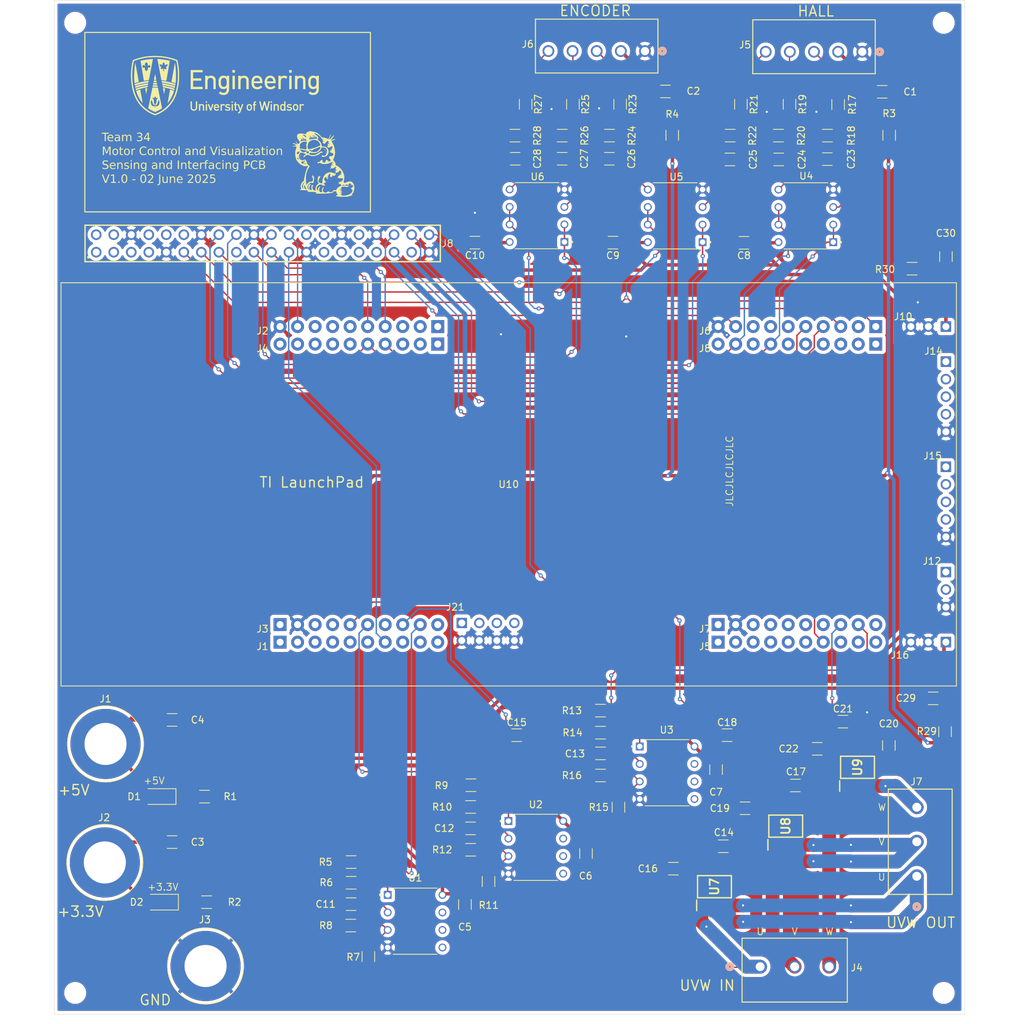
<source format=kicad_pcb>
(kicad_pcb (version 20241229) (generator "pcbnew") (generator_version "9.0")
  (title_block (title "Sensing and Interfacing PCB") (date "2025-06-02") (rev "v1") (company "Designer: Manveer Aujla") (comment 1 "Team 34"))
  (layers (0 "F.Cu" signal) (2 "B.Cu" signal) (13 "F.Paste" user) (15 "B.Paste" user) (5 "F.SilkS" user "F.Silkscreen") (7 "B.SilkS" user "B.Silkscreen") (1 "F.Mask" user) (3 "B.Mask" user) (25 "Edge.Cuts" user))
  (net 0 "")
  (net 1 "GND")
  (net 2 "Net-(U1A--)")
  (net 3 "/Input Stage/HALL_IC_W")
  (net 4 "Net-(U2A--)")
  (net 5 "/Input Stage/HALL_IC_V")
  (net 6 "Net-(U7-FILTER)")
  (net 7 "/Input Stage/HALL_IC_U")
  (net 8 "+3.3V")
  (net 9 "+5V")
  (net 10 "Net-(D1-K)")
  (net 11 "Net-(D2-K)")
  (net 12 "/Input Stage/HALL_C")
  (net 13 "/Input Stage/HALL_B")
  (net 14 "/Input Stage/HALL_A")
  (net 15 "/Input Stage/ENC_B+")
  (net 16 "Net-(C1-Pad1)")
  (net 17 "/Input Stage/ENC_Z+")
  (net 18 "/Input Stage/ENC_A+")
  (net 19 "/Input Stage/Phase_U")
  (net 20 "/Input Stage/Phase_W")
  (net 21 "/Input Stage/Phase_V")
  (net 22 "/Input Stage/Phase_U_Sensed")
  (net 23 "/Input Stage/Phase_V_Sensed")
  (net 24 "/Input Stage/Phase_W_Sensed")
  (net 25 "Net-(C2-Pad1)")
  (net 26 "/LaunchPad/MISO_B")
  (net 28 "Net-(U3A--)")
  (net 29 "/LaunchPad/SCLK_B")
  (net 33 "Net-(U8-FILTER)")
  (net 36 "/LaunchPad/MISO_A")
  (net 37 "/LaunchPad/CE2_B")
  (net 44 "/LaunchPad/MOSI_B")
  (net 49 "/LaunchPad/MOSI_A")
  (net 51 "Net-(U9-FILTER)")
  (net 52 "/LaunchPad/CE0_A")
  (net 53 "Net-(U4A-+)")
  (net 54 "Net-(U1A-+)")
  (net 55 "Net-(U2A-+)")
  (net 56 "Net-(U3A-+)")
  (net 57 "/Input Stage/Phase_U_Filt")
  (net 58 "/Input Stage/Phase_V_Filt")
  (net 59 "/Input Stage/Phase_W_Filt")
  (net 60 "/Input Stage/ENC_A+_3.3")
  (net 61 "/Input Stage/ENC_B+_3.3")
  (net 62 "/Input Stage/HALL_A_3.3")
  (net 63 "/Input Stage/HALL_B_3.3")
  (net 64 "/Input Stage/HALL_C_3.3")
  (net 74 "Net-(U4B-+)")
  (net 75 "Net-(U5A-+)")
  (net 76 "Net-(U5B-+)")
  (net 77 "Net-(U6A-+)")
  (net 78 "Net-(U6B-+)")
  (net 79 "Net-(U10N-+5V_J16)")
  (net 80 "Net-(U10I-+3V_J10)")
  (net 87 "/LaunchPad/SCLK_A")
  (net 146 "/Input Stage/ENC_Z+_3.3")
  (footprint "UWinLogo:Garfield" (layer "F.Cu") (at 55.325 40.225)
    (property "Reference" "G***" (hide yes))
    (property "Value" "LOGO" (hide yes))
  )
  (footprint "61304021821:61304021821" (layer "F.Cu") (at 46.555 51.745)
    (property "Reference" "J8")
    (property "Value" "6130XX21821_61304021821")
  )
  (footprint "Resistor_SMD:R_1206_3216Metric_Pad1.30x1.75mm_HandSolder" (layer "F.Cu") (at 105.925 36.075 90)
    (property "Reference" "R4")
    (property "Value" "0")
  )
  (footprint "Capacitor_SMD:C_1206_3216Metric_Pad1.33x1.80mm_HandSolder" (layer "F.Cu") (at 113.8875 122.985)
    (property "Reference" "C18")
    (property "Value" "2.2n")
  )
  (footprint "Capacitor_SMD:C_1206_3216Metric_Pad1.33x1.80mm_HandSolder" (layer "F.Cu") (at 89.975002 39.475 180)
    (property "Reference" "C27")
    (property "Value" "22p")
  )
  (footprint "MountingHole:MountingHole_2.7mm_M2.5" (layer "F.Cu") (at 145.275 19.775)
    (property "Reference" "REF**" (hide yes))
    (property "Value" "MountingHole_2.7mm_M2.5")
  )
  (footprint "Resistor_SMD:R_1206_3216Metric_Pad1.30x1.75mm_HandSolder" (layer "F.Cu") (at 95.525 128.825)
    (property "Reference" "R16")
    (property "Value" "1k")
  )
  (footprint "Capacitor_SMD:C_1206_3216Metric_Pad1.33x1.80mm_HandSolder" (layer "F.Cu") (at 130.675 121.025)
    (property "Reference" "C21")
    (property "Value" "2.2n")
  )
  (footprint "LED_SMD:LED_1206_3216Metric_Pad1.42x1.75mm_HandSolder" (layer "F.Cu") (at 31.88125 147.175 180)
    (property "Reference" "D2")
    (property "Value" "LTST-C150GKT")
  )
  (footprint "1984646:CONN_1984646_PXC" (layer "F.Cu") (at 133.475003 23.975 180)
    (property "Reference" "J5")
    (property "Value" "1984646")
  )
  (footprint "LM358AP:DIP794W45P254L959H508Q8" (layer "F.Cu") (at 125.295 47.745 180)
    (property "Reference" "U4")
    (property "Value" "LM358AP")
  )
  (footprint "Resistor_SMD:R_1206_3216Metric_Pad1.30x1.75mm_HandSolder" (layer "F.Cu") (at 98.125 133.425 90)
    (property "Reference" "R15")
    (property "Value" "8.06k")
  )
  (footprint "MountingHole:MountingHole_2.7mm_M2.5" (layer "F.Cu") (at 19.375 19.775)
    (property "Reference" "REF**" (hide yes))
    (property "Value" "MountingHole_2.7mm_M2.5")
  )
  (footprint "Capacitor_SMD:C_1206_3216Metric_Pad1.33x1.80mm_HandSolder" (layer "F.Cu") (at 104.9375 29.725)
    (property "Reference" "C2")
    (property "Value" "0.1u")
  )
  (footprint "Resistor_SMD:R_1206_3216Metric_Pad1.30x1.75mm_HandSolder" (layer "F.Cu") (at 140.7 55.4)
    (property "Reference" "R30")
    (property "Value" "0")
  )
  (footprint "Resistor_SMD:R_1206_3216Metric_Pad1.30x1.75mm_HandSolder" (layer "F.Cu") (at 59.375 141.365)
    (property "Reference" "R5")
    (property "Value" "1k")
  )
  (footprint "ACS725:SOIC127P600X175-8N" (layer "F.Cu") (at 112.0475 144.936 90)
    (property "Reference" "U7")
    (property "Value" "ACS725LLCTR-05AB-T" (hide yes))
  )
  (footprint "Capacitor_SMD:C_1206_3216Metric_Pad1.33x1.80mm_HandSolder" (layer "F.Cu") (at 33.425 120.775)
    (property "Reference" "C4")
    (property "Value" "1u")
  )
  (footprint "Resistor_SMD:R_1206_3216Metric_Pad1.30x1.75mm_HandSolder" (layer "F.Cu") (at 121.325003 36.125)
    (property "Reference" "R20")
    (property "Value" "20k")
  )
  (footprint "Resistor_SMD:R_1206_3216Metric_Pad1.30x1.75mm_HandSolder" (layer "F.Cu") (at 114.325003 36.125)
    (property "Reference" "R22")
    (property "Value" "20k")
  )
  (footprint "MountingHole:MountingHole_2.7mm_M2.5" (layer "F.Cu") (at 19.375 160.325)
    (property "Reference" "REF**" (hide yes))
    (property "Value" "MountingHole_2.7mm_M2.5")
  )
  (footprint "Connector:Banana_Jack_1Pin" (layer "F.Cu") (at 23.675 141.425)
    (property "Reference" "J2")
    (property "Value" "Conn_01x01_Pin")
  )
  (footprint "LM358AP:DIP794W45P254L959H508Q8" (layer "F.Cu") (at 106.355 47.745 180)
    (property "Reference" "U5")
    (property "Value" "LM358AP")
  )
  (footprint "Connector:Banana_Jack_1Pin" (layer "F.Cu") (at 23.775 124.255)
    (property "Reference" "J1")
    (property "Value" "Conn_01x01_Pin")
  )
  (footprint "UWinLogo:UWinLogo" (layer "F.Cu") (at 41.269817 29.584212)
    (property "Reference" "G***" (hide yes))
    (property "Value" "LOGO" (hide yes))
  )
  (footprint "Capacitor_SMD:C_1206_3216Metric_Pad1.33x1.80mm_HandSolder" (layer "F.Cu") (at 95.525 125.625 180)
    (property "Reference" "C13")
    (property "Value" "0.18u")
  )
  (footprint "Resistor_SMD:R_1206_3216Metric_Pad1.30x1.75mm_HandSolder" (layer "F.Cu") (at 95.525 119.425)
    (property "Reference" "R13")
    (property "Value" "1k")
  )
  (footprint "Connector:Banana_Jack_1Pin" (layer "F.Cu") (at 38.275 156.425)
    (property "Reference" "J3")
    (property "Value" "Conn_01x01_Pin")
  )
  (footprint "Resistor_SMD:R_1206_3216Metric_Pad1.30x1.75mm_HandSolder" (layer "F.Cu") (at 128.425003 36.125)
    (property "Reference" "R18")
    (property "Value" "20k")
  )
  (footprint "Resistor_SMD:R_1206_3216Metric_Pad1.30x1.75mm_HandSolder" (layer "F.Cu") (at 61.875 155.065 90)
    (property "Reference" "R7")
    (property "Value" "8.06k")
  )
  (footprint "Resistor_SMD:R_1206_3216Metric_Pad1.30x1.75mm_HandSolder" (layer "F.Cu") (at 122.925003 31.575 -90)
    (property "Reference" "R19")
    (property "Value" "10k")
  )
  (footprint "Resistor_SMD:R_1206_3216Metric_Pad1.30x1.75mm_HandSolder" (layer "F.Cu") (at 38.43125 147.175)
    (property "Reference" "R2")
    (property "Value" "120R")
  )
  (footprint "LAUNCHXL_F28379D:MOD_LAUNCHXL-F28379D" (layer "F.Cu") (at 82.222 86.645)
    (property "Reference" "U10")
    (property "Value" "LAUNCHXL-F28379D")
  )
  (footprint "Capacitor_SMD:C_1206_3216Metric_Pad1.33x1.80mm_HandSolder" (layer "F.Cu") (at 116.475 133.5745 180)
    (property "Reference" "C19")
    (property "Value" "0.1u")
  )
  (footprint "Resistor_SMD:R_1206_3216Metric_Pad1.30x1.75mm_HandSolder" (layer "F.Cu") (at 98.375002 31.575 -90)
    (property "Reference" "R23")
    (property "Value" "10k")
  )
  (footprint "Resistor_SMD:R_1206_3216Metric_Pad1.30x1.75mm_HandSolder" (layer "F.Cu") (at 79.295 144.185 90)
    (property "Reference" "R11")
    (property "Value" "8.06k")
  )
  (footprint "Capacitor_SMD:C_1206_3216Metric_Pad1.33x1.80mm_HandSolder" (layer "F.Cu") (at 83.162502 39.475 180)
    (property "Reference" "C28")
    (property "Value" "22p")
  )
  (footprint "Capacitor_SMD:C_1206_3216Metric_Pad1.33x1.80mm_HandSolder" (layer "F.Cu") (at 128.412503 39.525 180)
    (property "Reference" "C23")
    (property "Value" "4.7n")
  )
  (footprint "LM358AP:DIP794W45P254L959H508Q8" (layer "F.Cu") (at 105.175 128.425)
    (property "Reference" "U3")
    (property "Value" "LM358AP")
  )
  (footprint "Capacitor_SMD:C_1206_3216Metric_Pad1.33x1.80mm_HandSolder" (layer "F.Cu") (at 113.325 139.075)
    (property "Reference" "C14")
    (property "Value" "1n")
  )
  (footprint "Capacitor_SMD:C_1206_3216Metric_Pad1.33x1.80mm_HandSolder" (layer "F.Cu") (at 143.75 117.65 180)
    (property "Reference" "C29")
    (property "Value" "0.1u")
  )
  (footprint "Resistor_SMD:R_1206_3216Metric_Pad1.30x1.75mm_HandSolder" (layer "F.Cu") (at 115.875003 31.575 -90)
    (property "Reference" "R21")
    (property "Value" "10k")
  )
  (footprint "Capacitor_SMD:C_1206_3216Metric_Pad1.33x1.80mm_HandSolder" (layer "F.Cu") (at 33.425 138.475)
    (property "Reference" "C3")
    (property "Value" "1u")
  )
  (footprint "Capacitor_SMD:C_1206_3216Metric_Pad1.33x1.80mm_HandSolder" (layer "F.Cu") (at 96.812502 39.475 180)
    (property "Reference" "C26")
    (property "Value" "22p")
  )
  (footprint "LM358AP:DIP794W45P254L959H508Q8" (layer "F.Cu") (at 68.645 149.935)
    (property "Reference" "U1")
    (property "Value" "LM358AP")
  )
  (footprint "Resistor_SMD:R_1206_3216Metric_Pad1.30x1.75mm_HandSolder" (layer "F.Cu") (at 76.745 130.235)
    (property "Reference" "R9")
    (property "Value" "1k")
  )
  (footprint "Capacitor_SMD:C_1206_3216Metric_Pad1.33x1.80mm_HandSolder" (layer "F.Cu") (at 121.362502 39.575 180)
    (property "Reference" "C24")
    (property "Value" "4.7n")
  )
  (footprint "Resistor_SMD:R_1206_3216Metric_Pad1.30x1.75mm_HandSolder" (layer "F.Cu") (at 145.475 122.475 90)
    (property "Reference" "R29")
    (property "Value" "0")
  )
  (footprint "Resistor_SMD:R_1206_3216Metric_Pad1.30x1.75mm_HandSolder" (layer "F.Cu") (at 83.125002 36.125)
    (property "Reference" "R28")
    (property "Value" "20k")
  )
  (footprint "Resistor_SMD:R_1206_3216Metric_Pad1.30x1.75mm_HandSolder" (layer "F.Cu") (at 59.325 150.565)
    (property "Reference" "R8")
    (property "Value" "1k")
  )
  (footprint "Resistor_SMD:R_1206_3216Metric_Pad1.30x1.75mm_HandSolder" (layer "F.Cu") (at 76.695 139.585)
    (property "Reference" "R12")
    (property "Value" "1k")
  )
  (footprint "Capacitor_SMD:C_1206_3216Metric_Pad1.33x1.80mm_HandSolder" (layer "F.Cu") (at 106.0925 142.324 180)
    (property "Reference" "C16")
    (property "Value" "0.1u")
  )
  (footprint "Capacitor_SMD:C_1206_3216Metric_Pad1.33x1.80mm_HandSolder" (layer "F.Cu") (at 114.287502 39.575 180)
    (property "Reference" "C25")
    (property "Value" "4.7n")
  )
  (footprint "Capacitor_SMD:C_1206_3216Metric_Pad1.33x1.80mm_HandSolder" (layer "F.Cu") (at 137.325 124.475 -90)
    (property "Reference" "C20")
    (property "Value" "1n")
  )
  (footprint "LM358AP:DIP794W45P254L959H508Q8" (layer "F.Cu") (at 86.325 47.725 180)
    (property "Reference" "U6")
    (property "Value" "LM358AP")
  )
  (footprint "Resistor_SMD:R_1206_3216Metric_Pad1.30x1.75mm_HandSolder" (layer "F.Cu") (at 76.695 133.385)
    (property "Reference" "R10")
    (property "Value" "8.06k")
  )
  (footprint "Capacitor_SMD:C_1206_3216Metric_Pad1.33x1.80mm_HandSolder" (layer "F.Cu") (at 75.875 147.525 -90)
    (property "Reference" "C5")
    (property "Value" "0.1u")
  )
  (footprint "LED_SMD:LED_1206_3216Metric_Pad1.42x1.75mm_HandSolder" (layer "F.Cu") (at 31.525 131.875 180)
    (property "Reference" "D1")
    (property "Value" "LTST-C150GKT")
  )
  (footprint "Capacitor_SMD:C_1206_3216Metric_Pad1.33x1.80mm_HandSolder" (layer "F.Cu") (at 123.775 130.275)
    (property "Reference" "C17")
    (property "Value" "1n")
  )
  (footprint "Capacitor_SMD:C_1206_3216Metric_Pad1.33x1.80mm_HandSolder" (layer "F.Cu") (at 97.325 51.625 180)
    (property "Reference" "C9")
    (property "Value" "0.1u")
  )
  (footprint "Capacitor_SMD:C_1206_3216Metric_Pad1.33x1.80mm_HandSolder" (layer "F.Cu") (at 136.3625 29.775)
    (property "Reference" "C1")
    (property "Value" "0.1u")
  )
  (footprint "Resistor_SMD:R_1206_3216Metric_Pad1.30x1.75mm_HandSolder" (layer "F.Cu") (at 129.975003 31.625 -90)
    (property "Reference" "R17")
    (property "Value" "10k")
  )
  (footprint "Capacitor_SMD:C_1206_3216Metric_Pad1.33x1.80mm_HandSolder" (layer "F.Cu") (at 145.6 53.65 90)
    (property "Reference" "C30")
    (property "Value" "0.1u")
  )
  (footprint "Capacitor_SMD:C_1206_3216Metric_Pad1.33x1.80mm_HandSolder" (layer "F.Cu") (at 126.95 124.961 180)
    (property "Reference" "C22")
    (property "Value" "0.1u")
  )
  (footprint "Capacitor_SMD:C_1206_3216Metric_Pad1.33x1.80mm_HandSolder" (layer "F.Cu") (at 59.375 147.465 180)
    (property "Reference" "C11")
    (property "Value" "0.18u")
  )
  (footprint "Resistor_SMD:R_1206_3216Metric_Pad1.30x1.75mm_HandSolder" (layer "F.Cu") (at 96.825002 36.125)
    (property "Reference" "R24")
    (property "Value" "20k")
  )
  (footprint "Capacitor_SMD:C_1206_3216Metric_Pad1.33x1.80mm_HandSolder" (layer "F.Cu") (at 112.275 127.975 -90)
    (property "Reference" "C7")
    (property "Value" "0.1u")
  )
  (footprint "Resistor_SMD:R_1206_3216Metric_Pad1.30x1.75mm_HandSolder" (layer "F.Cu") (at 38.125 131.885)
    (property "Reference" "R1")
    (property "Value" "300R")
  )
  (footprint "Capacitor_SMD:C_1206_3216Metric_Pad1.33x1.80mm_HandSolder" (layer "F.Cu") (at 116.325 51.65 180)
    (property "Reference" "C8")
    (property "Value" "0.1u")
  )
  (footprint "Resistor_SMD:R_1206_3216Metric_Pad1.30x1.75mm_HandSolder" (layer "F.Cu") (at 91.525002 31.575 -90)
    (property "Reference" "R25")
    (property "Value" "10k")
  )
  (footprint "LM358AP:DIP794W45P254L959H508Q8" (layer "F.Cu") (at 86.145 139.235)
    (property "Reference" "U2")
    (property "Value" "LM358AP")
  )
  (footprint "1935174:CONN_1935174_PXC" (layer "F.Cu") (at 118.675 156.525)
    (property "Reference" "J4")
    (property "Value" "1935174")
  )
  (footprint "ACS725:SOIC127P600X175-8N" (layer "F.Cu") (at 122.375 136.1625 90)
    (property "Reference" "U8")
    (property "Value" "ACS725LLCTR-05AB-T" (hide yes))
  )
  (footprint "Resistor_SMD:R_1206_3216Metric_Pad1.30x1.75mm_HandSolder" (layer "F.Cu") (at 89.975002 36.125)
    (property "Reference" "R26")
    (property "Value" "20k")
  )
  (footprint "ACS725:SOIC127P600X175-8N" (layer "F.Cu") (at 132.78 127.637 90)
    (property "Reference" "U9")
    (property "Value" "ACS725LLCTR-05AB-T" (hide yes))
  )
  (footprint "Resistor_SMD:R_1206_3216Metric_Pad1.30x1.75mm_HandSolder" (layer "F.Cu") (at 59.375 144.365)
    (property "Reference" "R6")
    (property "Value" "8.06k")
  )
  (footprint "Capacitor_SMD:C_1206_3216Metric_Pad1.33x1.80mm_HandSolder" (layer "F.Cu") (at 76.685 136.485 180)
    (property "Reference" "C12")
    (property "Value" "0.18u")
  )
  (footprint "Resistor_SMD:R_1206_3216Metric_Pad1.30x1.75mm_HandSolder" (layer "F.Cu") (at 84.675002 31.575 -90)
    (property "Reference" "R27")
    (property "Value" "10k")
  )
  (footprint "Resistor_SMD:R_1206_3216Metric_Pad1.30x1.75mm_HandSolder" (layer "F.Cu") (at 95.525 122.625)
    (property "Reference" "R14")
    (property "Value" "8.06k")
  )
  (footprint "Capacitor_SMD:C_1206_3216Metric_Pad1.33x1.80mm_HandSolder" (layer "F.Cu") (at 77.325 51.625 180)
    (property "Reference" "C10")
    (property "Value" "0.1u")
  )
  (footprint "Capacitor_SMD:C_1206_3216Metric_Pad1.33x1.80mm_HandSolder" (layer "F.Cu") (at 83.375 122.985)
    (property "Reference" "C15")
    (property "Value" "2.2n")
  )
  (footprint "Capacitor_SMD:C_1206_3216Metric_Pad1.33x1.80mm_HandSolder" (layer "F.Cu") (at 93.425 140.1375 -90)
    (property "Reference" "C6")
    (property "Value" "0.1u")
  )
  (footprint "MountingHole:MountingHole_2.7mm_M2.5" (layer "F.Cu") (at 145.275 160.325)
    (property "Reference" "REF**" (hide yes))
    (property "Value" "MountingHole_2.7mm_M2.5")
  )
  (footprint "Resistor_SMD:R_1206_3216Metric_Pad1.30x1.75mm_HandSolder" (layer "F.Cu") (at 137.375 36.075 90)
    (property "Reference" "R3")
    (property "Value" "0")
  )
  (footprint "1984646:CONN_1984646_PXC" (layer "F.Cu") (at 101.975002 23.875 180)
    (property "Reference" "J6")
    (property "Value" "1984646")
  )
  (footprint "1935174:CONN_1935174_PXC" (layer "F.Cu") (at 141.375 143.425 90)
    (property "Reference" "J7")
    (property "Value" "1935174")
  )
  (gr_rect (start 20.775 21.175) (end 62.175 47.175) (stroke (width 0.1524)) (fill no) (layer "F.SilkS"))
  (gr_rect (start 16.325 16.515) (end 148.325 163.415) (stroke (width 0.05)) (fill no) (layer "Edge.Cuts"))
  (gr_text "TI LaunchPad" (at 45.975 87.225 0) (layer "F.SilkS") (effects (font (size 1.5 1.5) (thickness 0.1875)) (justify left bottom)))
  (gr_text "+5V" (at 29.2125 130.175 0) (layer "F.SilkS") (effects (font (size 1 1) (thickness 0.125)) (justify left bottom)))
  (gr_text "GND" (at 28.575 162.225 0) (layer "F.SilkS") (effects (font (size 1.5 1.5) (thickness 0.1875)) (justify left bottom)))
  (gr_text "UVW OUT" (at 136.825 151.025 0) (layer "F.SilkS") (effects (font (size 1.5 1.5) (thickness 0.1875)) (justify left bottom)))
  (gr_text "Team 34\nMotor Control and Visualization\nSensing and Interfacing PCB\nV1.0 - 02 June 2025" (at 23.225 43.175 0) (layer "F.SilkS") (effects (font (size 1.2 1.2) (thickness 0.125)) (justify left bottom)))
  (gr_text "U" (at 135.675 144.125 0) (layer "F.SilkS") (effects (font (size 1 1) (thickness 0.125)) (justify left bottom)))
  (gr_text "W" (at 135.675 134.025 0) (layer "F.SilkS") (effects (font (size 1 1) (thickness 0.125)) (justify left bottom)))
  (gr_text "W" (at 128.075 152.025 0) (layer "F.SilkS") (effects (font (size 1 1) (thickness 0.125)) (justify left bottom)))
  (gr_text "HALL" (at 123.975 18.975 0) (layer "F.SilkS") (effects (font (size 1.5 1.5) (thickness 0.1875)) (justify left bottom)))
  (gr_text "V" (at 123.175 152.025 0) (layer "F.SilkS") (effects (font (size 1 1) (thickness 0.125)) (justify left bottom)))
  (gr_text "JLCJLCJLCJLC" (at 114.825 89.965 90) (layer "F.SilkS") (effects (font (size 1 1) (thickness 0.125)) (justify left bottom)))
  (gr_text "V" (at 135.775 139.025 0) (layer "F.SilkS") (effects (font (size 1 1) (thickness 0.125)) (justify left bottom)))
  (gr_text "UVW IN\n" (at 106.875 160.125 0) (layer "F.SilkS") (effects (font (size 1.5 1.5) (thickness 0.1875)) (justify left bottom)))
  (gr_text "+5V" (at 16.775 131.825 0) (layer "F.SilkS") (effects (font (size 1.5 1.5) (thickness 0.1875)) (justify left bottom)))
  (gr_text "+3.3V\n" (at 16.675 149.425 0) (layer "F.SilkS") (effects (font (size 1.5 1.5) (thickness 0.1875)) (justify left bottom)))
  (gr_text "U" (at 118.075 152.025 0) (layer "F.SilkS") (effects (font (size 1 1) (thickness 0.125)) (justify left bottom)))
  (gr_text "+3.3V" (at 29.78125 145.575 0) (layer "F.SilkS") (effects (font (size 1 1) (thickness 0.125)) (justify left bottom)))
  (gr_text "ENCODER\n" (at 89.475 18.925 0) (layer "F.SilkS") (effects (font (size 1.5 1.5) (thickness 0.1875)) (justify left bottom)))
  (via (at 119.625 32.675) (size 0.6) (drill 0.3) (layers "F.Cu" "B.Cu") (net 1))
  (via (at 126.825 32.675) (size 0.6) (drill 0.3) (layers "F.Cu" "B.Cu") (net 1))
  (via (at 95.325 32.175) (size 0.6) (drill 0.3) (layers "F.Cu" "B.Cu") (net 1))
  (via (at 81.1 64.9) (size 0.6) (drill 0.3) (layers "F.Cu" "B.Cu") (net 1))
  (via (at 134.175 119.675) (size 0.6) (drill 0.3) (layers "F.Cu" "B.Cu") (net 1))
  (via (at 54.25 54.25) (size 0.6) (drill 0.3) (layers "F.Cu" "B.Cu") (net 1))
  (via (at 141.525 60.275) (size 0.6) (drill 0.3) (layers "F.Cu" "B.Cu") (net 1))
  (via (at 77.325 47.3) (size 0.6) (drill 0.3) (layers "F.Cu" "B.Cu") (net 1))
  (via (at 54.175 51.675) (size 0.6) (drill 0.3) (layers "F.Cu" "B.Cu") (net 1))
  (via (at 113.825 65) (size 0.6) (drill 0.3) (layers "F.Cu" "B.Cu") (net 1))
  (via (at 88.425 32.275) (size 0.6) (drill 0.3) (layers "F.Cu" "B.Cu") (net 1))
  (via (at 99.25 65.225) (size 0.6) (drill 0.3) (layers "F.Cu" "B.Cu") (net 1))
  (segment (start 57.825 141.365) (end 57.925 141.365) (width 0.2) (layer "F.Cu") (net 2))
  (segment (start 57.925 141.365) (end 60.925 144.365) (width 0.2) (layer "F.Cu") (net 2))
  (segment (start 60.925 144.575) (end 64.675 148.325) (width 0.2) (layer "F.Cu") (net 2))
  (segment (start 60.925 144.365) (end 60.925 144.575) (width 0.2) (layer "F.Cu") (net 2))
  (segment (start 64.675 148.325) (end 64.675 148.665) (width 0.2) (layer "F.Cu") (net 2))
  (segment (start 132.145 124.0575) (end 129.1125 121.025) (width 0.2) (layer "F.Cu") (net 3))
  (segment (start 129.1125 121.025) (end 129.1125 117.6375) (width 0.2) (layer "F.Cu") (net 3))
  (segment (start 132.145 124.925) (end 132.145 124.0575) (width 0.2) (layer "F.Cu") (net 3))
  (segment (start 129.1125 117.6375) (end 129.125 117.625) (width 0.2) (layer "F.Cu") (net 3))
  (via (at 129.125 117.625) (size 0.6) (drill 0.3) (layers "F.Cu" "B.Cu") (net 3))
  (segment (start 129.125 117.625) (end 129.075 117.575) (width 0.2) (layer "B.Cu") (net 3))
  (segment (start 129.075 108.245) (end 130.355 106.965) (width 0.2) (layer "B.Cu") (net 3))
  (segment (start 129.075 117.575) (end 129.075 108.245) (width 0.2) (layer "B.Cu") (net 3))
  (segment (start 78.245 133.385) (end 78.245 133.595) (width 0.2) (layer "F.Cu") (net 4))
  (segment (start 75.195 130.235) (end 75.195 130.335) (width 0.2) (layer "F.Cu") (net 4))
  (segment (start 75.195 130.335) (end 78.245 133.385) (width 0.2) (layer "F.Cu") (net 4))
  (segment (start 82.175 137.525) (end 82.175 137.965) (width 0.2) (layer "F.Cu") (net 4))
  (segment (start 78.245 133.595) (end 82.175 137.525) (width 0.2) (layer "F.Cu") (net 4))
  (segment (start 106.975 106.375) (end 104.3 103.7) (width 0.2) (layer "F.Cu") (net 5))
  (segment (start 107.115 117.775) (end 107.025 117.775) (width 0.2) (layer "F.Cu") (net 5))
  (segment (start 121.74 133.4505) (end 121.74 132.4) (width 0.2) (layer "F.Cu") (net 5))
  (segment (start 112.325 122.985) (end 107.115 117.775) (width 0.2) (layer "F.Cu") (net 5))
  (segment (start 121.74 132.4) (end 112.325 122.985) (width 0.2) (layer "F.Cu") (net 5))
  (segment (start 62.5 103.7) (end 59.235 106.965) (width 0.2) (layer "F.Cu") (net 5))
  (segment (start 104.3 103.7) (end 62.5 103.7) (width 0.2) (layer "F.Cu") (net 5))
  (via (at 106.975 106.375) (size 0.6) (drill 0.3) (layers "F.Cu" "B.Cu") (net 5))
  (via (at 107.025 117.775) (size 0.6) (drill 0.3) (layers "F.Cu" "B.Cu") (net 5))
  (segment (start 107.025 106.425) (end 106.975 106.375) (width 0.2) (layer "B.Cu") (net 5))
  (segment (start 107.025 117.775) (end 107.025 106.425) (width 0.2) (layer "B.Cu") (net 5))
  (segment (start 112.6825 139.995) (end 112.6825 142.224) (width 0.2) (layer "F.Cu") (net 6))
  (segment (start 111.7625 139.075) (end 112.6825 139.995) (width 0.2) (layer "F.Cu") (net 6))
  (segment (start 81.8125 122.985) (end 81.8125 120.0225) (width 0.2) (layer "F.Cu") (net 7))
  (segment (start 106.737 137.275) (end 94.225 137.275) (width 0.2) (layer "F.Cu") (net 7))
  (segment (start 81.8125 124.8625) (end 81.8125 122.985) (width 0.2) (layer "F.Cu") (net 7))
  (segment (start 111.4125 141.9505) (end 106.737 137.275) (width 0.2) (layer "F.Cu") (net 7))
  (segment (start 94.225 137.275) (end 81.8125 124.8625) (width 0.2) (layer "F.Cu") (net 7))
  (segment (start 111.4125 142.224) (end 111.4125 141.9505) (width 0.2) (layer "F.Cu") (net 7))
  (segment (start 81.8125 120.0225) (end 81.795 120.005) (width 0.2) (layer "F.Cu") (net 7))
  (via (at 81.795 120.005) (size 0.6) (drill 0.3) (layers "F.Cu" "B.Cu") (net 7))
  (segment (start 81.795 120.005) (end 73.825 112.035) (width 0.2) (layer "B.Cu") (net 7))
  (segment (start 73.825 112.035) (end 73.825 105.225) (width 0.2) (layer "B.Cu") (net 7))
  (segment (start 69.095 104.725) (end 66.855 106.965) (width 0.2) (layer "B.Cu") (net 7))
  (segment (start 73.325 104.725) (end 69.095 104.725) (width 0.2) (layer "B.Cu") (net 7))
  (segment (start 73.825 105.225) (end 73.325 104.725) (width 0.2) (layer "B.Cu") (net 7))
  (segment (start 82.265 51.625) (end 82.355 51.535) (width 0.5) (layer "F.Cu") (net 8))
  (segment (start 103.906 138.575) (end 93.425 138.575) (width 0.5) (layer "F.Cu") (net 8))
  (segment (start 122.4875 56.25) (end 121.09375 54.85625) (width 0.5) (layer "F.Cu") (net 8))
  (segment (start 119.7265 116.175) (end 100.705 116.175) (width 0.5) (layer "F.Cu") (net 8))
  (segment (start 102.11875 54.85625) (end 98.8875 51.625) (width 0.5) (layer "F.Cu") (net 8))
  (segment (start 72.7775 145.9625) (end 72.615 146.125) (width 0.5) (layer "F.Cu") (net 8))
  (segment (start 118.0375 132.175) (end 112.275 126.4125) (width 0.5) (layer "F.Cu") (net 8))
  (segment (start 78.8875 51.625) (end 82.265 51.625) (width 0.5) (layer "F.Cu") (net 8))
  (segment (start 138.75 59.4) (end 139.15 59) (width 0.5) (layer "F.Cu") (net 8))
  (segment (start 107.755 142.224) (end 107.655 142.324) (width 0.5) (layer "F.Cu") (net 8))
  (segment (start 107.655 142.324) (end 103.906 138.575) (width 0.5) (layer "F.Cu") (net 8))
  (segment (start 140.725 68.1) (end 138.75 66.125) (width 0.5) (layer "F.Cu") (net 8))
  (segment (start 120.47 133.4505) (end 118.1615 133.4505) (width 0.5) (layer "F.Cu") (net 8))
  (segment (start 62.825 134.875) (end 72.615 144.665) (width 0.5) (layer "F.Cu") (net 8))
  (segment (start 112.275 126.4125) (end 110.9425 126.4125) (width 0.5) (layer "F.Cu") (net 8))
  (segment (start 98.8875 51.625) (end 102.315 51.625) (width 0.5) (layer "F.Cu") (net 8))
  (segment (start 26.625 138.475) (end 31.8625 138.475) (width 0.5) (layer "F.Cu") (net 8))
  (segment (start 51.875 126.325) (end 72.325 126.325) (width 0.5) (layer "F.Cu") (net 8))
  (segment (start 93.265 138.575) (end 90.115 135.425) (width 0.5) (layer "F.Cu") (net 8))
  (segment (start 82.8625 55.6) (end 78.8875 51.625) (width 0.5) (layer "F.Cu") (net 8))
  (segment (start 110.1425 142.224) (end 107.755 142.224) (width 0.5) (layer "F.Cu") (net 8))
  (segment (start 119.7265 116.175) (end 131.425 116.175) (width 0.5) (layer "F.Cu") (net 8))
  (segment (start 72.375 126.325) (end 72.325 126.325) (width 0.5) (layer "F.Cu") (net 8))
  (segment (start 72.325 126.325) (end 81.015 126.325) (width 0.5) (layer "F.Cu") (net 8))
  (segment (start 75.875 145.9625) (end 72.7775 145.9625) (width 0.5) (layer "F.Cu") (net 8))
  (segment (start 43.325 134.875) (end 51.875 126.325) (width 0.5) (layer "F.Cu") (net 8))
  (segment (start 102.315 51.625) (end 102.385 51.555) (width 0.5) (layer "F.Cu") (net 8))
  (segment (start 128.5485 124.925) (end 128.5125 124.961) (width 0.5) (layer "F.Cu") (net 8))
  (segment (start 23.675 141.425) (end 26.625 138.475) (width 0.5) (layer "F.Cu") (net 8))
  (segment (start 23.675 141.425) (end 29.425 147.175) (width 0.5) (layer "F.Cu") (net 8))
  (segment (start 35.4625 134.875) (end 43.325 134.875) (width 0.5) (layer "F.Cu") (net 8))
  (segment (start 82.525 116.175) (end 100.705 116.175) (width 0.5) (layer "F.Cu") (net 8))
  (segment (start 82.525 116.175) (end 72.375 126.325) (width 0.5) (layer "F.Cu") (net 8))
  (segment (start 29.425 147.175) (end 30.39375 147.175) (width 0.5) (layer "F.Cu") (net 8))
  (segment (start 138.75 66.125) (end 138.75 59.4) (width 0.5) (layer "F.Cu") (net 8))
  (segment (start 139.15 59) (end 139.15 55.4) (width 0.5) (layer "F.Cu") (net 8))
  (segment (start 135.6 56.25) (end 122.4875 56.25) (width 0.5) (layer "F.Cu") (net 8))
  (segment (start 121.23 51.65) (end 121.325 51.555) (width 0.5) (layer "F.Cu") (net 8))
  (segment (start 140.725 106.875) (end 140.725 68.1) (width 0.5) (layer "F.Cu") (net 8))
  (segment (start 130.875 124.925) (end 128.5485 124.925) (width 0.5) (layer "F.Cu") (net 8))
  (segment (start 43.325 134.875) (end 62.825 134.875) (width 0.5) (layer "F.Cu") (net 8))
  (segment (start 93.425 138.575) (end 93.265 138.575) (width 0.5) (layer "F.Cu") (net 8))
  (segment (start 101.375 55.6) (end 82.8625 55.6) (width 0.5) (layer "F.Cu") (net 8))
  (segment (start 121.09375 54.85625) (end 102.11875 54.85625) (width 0.5) (layer "F.Cu") (net 8))
  (segment (start 102.11875 54.85625) (end 101.375 55.6) (width 0.5) (layer "F.Cu") (net 8))
  (segment (start 118.1615 133.4505) (end 118.0375 133.5745) (width 0.5) (layer "F.Cu") (net 8))
  (segment (start 121.09375 54.85625) (end 117.8875 51.65) (width 0.5) (layer "F.Cu") (net 8))
  (segment (start 100.705 116.175) (end 109.145 124.615) (width 0.5) (layer "F.Cu") (net 8))
  (segment (start 131.425 116.175) (end 140.725 106.875) (width 0.5) (layer "F.Cu") (net 8))
  (segment (start 81.015 126.325) (end 90.115 135.425) (width 0.5) (layer "F.Cu") (net 8))
  (segment (start 72.615 144.665) (end 72.615 146.125) (width 0.5) (layer "F.Cu") (net 8))
  (segment (start 118.0375 133.5745) (end 118.0375 132.175) (width 0.5) (layer "F.Cu") (net 8))
  (segment (start 110.9425 126.4125) (end 109.145 124.615) (width 0.5) (layer "F.Cu") (net 8))
  (segment (start 128.5125 124.961) (end 119.7265 116.175) (width 0.5) (layer "F.Cu") (net 8))
  (segment (start 31.8625 138.475) (end 35.4625 134.875) (width 0.5) (layer "F.Cu") (net 8))
  (segment (start 138.75 59.4) (end 135.6 56.25) (width 0.5) (layer "F.Cu") (net 8))
  (segment (start 117.8875 51.65) (end 121.23 51.65) (width 0.5) (layer "F.Cu") (net 8))
  (segment (start 137.275 37.725) (end 137.375 37.625) (width 0.5) (layer "F.Cu") (net 9))
  (segment (start 105.3 85.4) (end 136.725 85.4) (width 0.5) (layer "F.Cu") (net 9))
  (segment (start 62.63 85.4) (end 105.3 85.4) (width 0.5) (layer "F.Cu") (net 9))
  (segment (start 105.95 40.175) (end 105.95 37.65) (width 0.5) (layer "F.Cu") (net 9))
  (segment (start 23.775 124.255) (end 30.0375 130.5175) (width 0.5) (layer "F.Cu") (net 9))
  (segment (start 23.775 124.255) (end 62.63 85.4) (width 0.5) (layer "F.Cu") (net 9))
  (segment (start 145.425 124.075) (end 145.475 124.025) (width 0.5) (layer "F.Cu") (net 9))
  (segment (start 137.275 40.275) (end 137.275 37.725) (width 0.5) (layer "F.Cu") (net 9))
  (segment (start 105.95 37.65) (end 105.925 37.625) (width 0.5) (layer "F.Cu") (net 9))
  (segment (start 30.0375 130.5175) (end 30.0375 131.875) (width 0.5) (layer "F.Cu") (net 9))
  (segment (start 27.255 120.775) (end 31.8625 120.775) (width 0.5) (layer "F.Cu") (net 9))
  (segment (start 136.725 85.4) (end 137.1 85.025) (width 0.5) (layer "F.Cu") (net 9))
  (segment (start 142.95 124.075) (end 145.425 124.075) (width 0.5) (layer "F.Cu") (net 9))
  (segment (start 23.775 124.255) (end 27.255 120.775) (width 0.5) (layer "F.Cu") (net 9))
  (via (at 105.95 40.175) (size 0.6) (drill 0.3) (layers "F.Cu" "B.Cu") (net 9))
  (via (at 137.1 85.025) (size 0.6) (drill 0.3) (layers "F.Cu" "B.Cu") (net 9))
  (via (at 137.275 40.275) (size 0.6) (drill 0.3) (layers "F.Cu" "B.Cu") (net 9))
  (via (at 142.95 124.075) (size 0.6) (drill 0.3) (layers "F.Cu" "B.Cu") (net 9))
  (via (at 105.3 85.4) (size 0.6) (drill 0.3) (layers "F.Cu" "B.Cu") (net 9))
  (segment (start 137.275 40.275) (end 137.275 84.85) (width 0.5) (layer "B.Cu") (net 9))
  (segment (start 138.05 85.975) (end 138.05 119.175) (width 0.5) (layer "B.Cu") (net 9))
  (segment (start 137.1 85.025) (end 138.05 85.975) (width 0.5) (layer "B.Cu") (net 9))
  (segment (start 137.275 84.85) (end 137.1 85.025) (width 0.5) (layer "B.Cu") (net 9))
  (segment (start 138.05 119.175) (end 142.95 124.075) (width 0.5) (layer "B.Cu") (net 9))
  (segment (start 105.95 84.75) (end 105.95 40.175) (width 0.5) (layer "B.Cu") (net 9))
  (segment (start 105.3 85.4) (end 105.95 84.75) (width 0.5) (layer "B.Cu") (net 9))
  (segment (start 36.565 131.875) (end 36.575 131.885) (width 0.2) (layer "F.Cu") (net 10))
  (segment (start 33.0125 131.875) (end 36.565 131.875) (width 0.2) (layer "F.Cu") (net 10))
  (segment (start 33.36875 147.175) (end 36.88125 147.175) (width 0.2) (layer "F.Cu") (net 11))
  (segment (start 115.875003 27.574997) (end 119.475 23.975) (width 0.2) (layer "F.Cu") (net 12))
  (segment (start 115.875003 30.025) (end 115.875003 27.574997) (width 0.2) (layer "F.Cu") (net 12))
  (segment (start 122.925003 30.025) (end 122.925003 24.024998) (width 0.2) (layer "F.Cu") (net 13))
  (segment (start 122.925003 24.024998) (end 122.975001 23.975) (width 0.2) (layer "F.Cu") (net 13))
  (segment (start 129.975003 27.475001) (end 126.475002 23.975) (width 0.2) (layer "F.Cu") (net 14))
  (segment (start 129.975003 30.075) (end 129.975003 27.475001) (width 0.2) (layer "F.Cu") (net 14))
  (segment (start 91.525002 30.025) (end 91.525002 23.925002) (width 0.2) (layer "F.Cu") (net 15))
  (segment (start 91.525002 23.925002) (end 91.475 23.875) (width 0.2) (layer "F.Cu") (net 15))
  (segment (start 137.375 32.35) (end 134.8 29.775) (width 0.5) (layer "F.Cu") (net 16))
  (segment (start 134.8 29.775) (end 134.8 28.799998) (width 0.5) (layer "F.Cu") (net 16))
  (segment (start 137.375 34.525) (end 137.375 32.35) (width 0.5) (layer "F.Cu") (net 16))
  (segment (start 134.8 28.799998) (end 129.975002 23.975) (width 0.5) (layer "F.Cu") (net 16))
  (segment (start 84.675002 30.025) (end 84.675002 27.174997) (width 0.2) (layer "F.Cu") (net 17))
  (segment (start 84.675002 27.174997) (end 87.974999 23.875) (width 0.2) (layer "F.Cu") (net 17))
  (segment (start 98.375002 27.275001) (end 94.975001 23.875) (width 0.2) (layer "F.Cu") (net 18))
  (segment (start 98.375002 30.025) (end 98.375002 27.275001) (width 0.2) (layer "F.Cu") (net 18))
  (segment (start 116.675 156.525) (end 110.875 150.725) (width 2) (layer "F.Cu") (net 19))
  (segment (start 116.675 156.525) (end 115.375 156.525) (width 0.2) (layer "F.Cu") (net 19))
  (segment (start 115.285 156.615) (end 61.875 156.615) (width 0.2) (layer "F.Cu") (net 19))
  (segment (start 115.375 156.525) (end 115.285 156.615) (width 0.2) (layer "F.Cu") (net 19))
  (segment (start 118.675 156.525) (end 116.675 156.525) (width 2) (layer "F.Cu") (net 19))
  (segment (start 110.1425 149.9925) (end 110.1425 147.648) (width 2) (layer "F.Cu") (net 19))
  (segment (start 110.875 150.725) (end 110.1425 149.9925) (width 2) (layer "F.Cu") (net 19))
  (segment (start 111.4125 147.648) (end 110.1425 147.648) (width 1) (layer "F.Cu") (net 19))
  (via (at 110.875 150.725) (size 0.6) (drill 0.3) (layers "F.Cu" "B.Cu") (net 19))
  (segment (start 118.675 156.525) (end 116.675 156.525) (width 2) (layer "B.Cu") (net 19))
  (segment (start 116.675 156.525) (end 110.875 150.725) (width 2) (layer "B.Cu") (net 19))
  (segment (start 128.675 132.549) (end 130.875 130.349) (width 2) (layer "F.Cu") (net 20))
  (segment (start 127.325 136.075) (end 128.675 134.725) (width 0.2) (layer "F.Cu") (net 20))
  (segment (start 127.325 136.075) (end 99.225 136.075) (width 0.2) (layer "F.Cu") (net 20))
  (segment (start 128.675 135.875) (end 128.675 132.549) (width 2) (layer "F.Cu") (net 20))
  (segment (start 128.675 134.725) (end 128.675 132.549) (width 0.2) (layer "F.Cu") (net 20))
  (segment (start 128.675 156.525) (end 128.675 135.875) (width 2) (layer "F.Cu") (net 20))
  (segment (start 132.145 130.349) (end 130.875 130.349) (width 1) (layer "F.Cu") (net 20))
  (segment (start 99.225 136.075) (end 98.125 134.975) (width 0.2) (layer "F.Cu") (net 20))
  (segment (start 123.675 156.525) (end 120.47 153.32) (width 2) (layer "F.Cu") (net 21))
  (segment (start 120.47 144.975) (end 120.47 138.8745) (width 2) (layer "F.Cu") (net 21))
  (segment (start 120.47 144.975) (end 119.325 144.975) (width 0.2) (layer "F.Cu") (net 21))
  (segment (start 119.225 145.075) (end 79.955 145.075) (width 0.2) (layer "F.Cu") (net 21))
  (segment (start 79.955 145.075) (end 79.295 145.735) (width 0.2) (layer "F.Cu") (net 21))
  (segment (start 121.74 138.8745) (end 120.47 138.8745) (width 1) (layer "F.Cu") (net 21))
  (segment (start 119.325 144.975) (end 119.225 145.075) (width 0.2) (layer "F.Cu") (net 21))
  (segment (start 120.47 153.32) (end 120.47 144.975) (width 2) (layer "F.Cu") (net 21))
  (segment (start 113.975 150.025) (end 116.2 150.025) (width 2) (layer "F.Cu") (net 22))
  (segment (start 113.9525 150.0025) (end 113.975 150.025) (width 2) (layer "F.Cu") (net 22))
  (segment (start 112.6825 147.648) (end 113.9525 147.648) (width 1) (layer "F.Cu") (net 22))
  (segment (start 137.15 147.65) (end 141.375 143.425) (width 2) (layer "F.Cu") (net 22))
  (segment (start 113.9525 147.648) (end 113.9525 150.0025) (width 2) (layer "F.Cu") (net 22))
  (segment (start 141.375 147.825) (end 141.375 143.425) (width 2) (layer "F.Cu") (net 22))
  (segment (start 131.825 150.075) (end 139.125 150.075) (width 2) (layer "F.Cu") (net 22))
  (segment (start 139.125 150.075) (end 141.375 147.825) (width 2) (layer "F.Cu") (net 22))
  (segment (start 131.825 147.65) (end 137.15 147.65) (width 2) (layer "F.Cu") (net 22))
  (segment (start 113.9525 147.648) (end 116.198 147.648) (width 2) (layer "F.Cu") (net 22))
  (via (at 116.198 147.648) (size 0.7) (drill 0.3) (layers "F.Cu" "B.Cu") (net 22))
  (via (at 116.2 150.025) (size 0.7) (drill 0.3) (layers "F.Cu" "B.Cu") (net 22))
  (via (at 131.825 150.075) (size 0.6) (drill 0.3) (layers "F.Cu" "B.Cu") (net 22))
  (via (at 131.825 147.65) (size 0.6) (drill 0.3) (layers "F.Cu" "B.Cu") (net 22))
  (segment (start 131.825 147.65) (end 137.15 147.65) (width 2) (layer "B.Cu") (net 22))
  (segment (start 131.825 150.075) (end 139.125 150.075) (width 2) (layer "B.Cu") (net 22))
  (segment (start 139.125 150.075) (end 141.375 147.825) (width 2) (layer "B.Cu") (net 22))
  (segment (start 141.375 147.825) (end 141.375 143.425) (width 2) (layer "B.Cu") (net 22))
  (segment (start 116.2 150.025) (end 131.775 150.025) (width 2) (layer "B.Cu") (net 22))
  (segment (start 131.775 150.025) (end 131.825 150.075) (width 2) (layer "B.Cu") (net 22))
  (segment (start 131.823 147.648) (end 131.825 147.65) (width 2) (layer "B.Cu") (net 22))
  (segment (start 137.15 147.65) (end 141.375 143.425) (width 2) (layer "B.Cu") (net 22))
  (segment (start 116.198 147.648) (end 131.823 147.648) (width 2) (layer "B.Cu") (net 22))
  (segment (start 124.28 138.8745) (end 124.28 141.155) (width 2) (layer "F.Cu") (net 23))
  (segment (start 140.925 138.875) (end 141.375 138.425) (width 2) (layer "F.Cu") (net 23))
  (segment (start 124.375 141.25) (end 126.4 141.25) (width 2) (layer "F.Cu") (net 23))
  (segment (start 124.28 138.8745) (end 126.3745 138.8745) (width 2) (layer "F.Cu") (net 23))
  (segment (start 138.5 141.3) (end 141.375 138.425) (width 2) (layer "F.Cu") (net 23))
  (segment (start 131.825 138.875) (end 140.925 138.875) (width 2) (layer "F.Cu") (net 23))
  (segment (start 123.01 138.8745) (end 124.28 138.8745) (width 1) (layer "F.Cu") (net 23))
  (segment (start 124.28 141.155) (end 124.375 141.25) (width 2) (layer "F.Cu") (net 23))
  (segment (start 131.825 141.3) (end 138.5 141.3) (width 2) (layer "F.Cu") (net 23))
  (segment (start 126.3745 138.8745) (end 126.4 138.9) (width 2) (layer "F.Cu") (net 23))
  (via (at 131.825 138.875) (size 0.6) (drill 0.3) (layers "F.Cu" "B.Cu") (net 23))
  (via (at 126.4 138.9) (size 0.7) (drill 0.3) (layers "F.Cu" "B.Cu") (net 23))
  (via (at 126.4 141.25) (size 0.7) (drill 0.3) (layers "F.Cu" "B.Cu") (net 23))
  (via (at 131.825 141.3) (size 0.6) (drill 0.3) (layers "F.Cu" "B.Cu") (net 23))
  (segment (start 126.4 138.9) (end 131.8 138.9) (width 2) (layer "B.Cu") (net 23))
  (segment (start 126.4 141.25) (end 131.775 141.25) (width 2) (layer "B.Cu") (net 23))
  (segment (start 131.825 141.3) (end 138.5 141.3) (width 2) (layer "B.Cu") (net 23))
  (segment (start 131.825 138.875) (end 140.925 138.875) (width 2) (layer "B.Cu") (net 23))
  (segment (start 138.5 141.3) (end 140.925 138.875) (width 2) (layer "B.Cu") (net 23))
  (segment (start 140.925 138.875) (end 141.375 138.425) (width 2) (layer "B.Cu") (net 23))
  (segment (start 138.299 130.349) (end 141.375 133.425) (width 2) (layer "F.Cu") (net 24))
  (segment (start 134.685 130.349) (end 138.299 130.349) (width 2) (layer "F.Cu") (net 24))
  (segment (start 134.685 130.349) (end 133.415 130.349) (width 1) (layer "F.Cu") (net 24))
  (via (at 136.825 130.349) (size 0.6) (drill 0.3) (layers "F.Cu" "B.Cu") (net 24))
  (segment (start 138.299 130.349) (end 141.375 133.425) (width 2) (layer "B.Cu") (net 24))
  (segment (start 136.825 130.349) (end 138.299 130.349) (width 2) (layer "B.Cu") (net 24))
  (segment (start 105.925 34.525) (end 105.925 32.275) (width 0.5) (layer "F.Cu") (net 25))
  (segment (start 103.225 29.875) (end 103.375 29.725) (width 0.2) (layer "F.Cu") (net 25))
  (segment (start 105.925 32.275) (end 103.375 29.725) (width 0.5) (layer "F.Cu") (net 25))
  (segment (start 103.125 29.975) (end 103.375 29.725) (width 0.2) (layer "F.Cu") (net 25))
  (segment (start 103.375 29.725) (end 103.375 28.774999) (width 0.5) (layer "F.Cu") (net 25))
  (segment (start 103.375 28.774999) (end 98.475001 23.875) (width 0.5) (layer "F.Cu") (net 25))
  (segment (start 126.5158 66.838957) (end 116.904757 76.45) (width 0.2) (layer "F.Cu") (net 26))
  (segment (start 126.5158 65.0842) (end 126.5158 66.838957) (width 0.2) (layer "F.Cu") (net 26))
  (segment (start 75.675 76.45) (end 75.3 76.075) (width 0.2) (layer "F.Cu") (net 26))
  (segment (start 116.904757 76.45) (end 75.675 76.45) (width 0.2) (layer "F.Cu") (net 26))
  (segment (start 127.815 63.785) (end 126.5158 65.0842) (width 0.2) (layer "F.Cu") (net 26))
  (via (at 75.3 76.075) (size 0.6) (drill 0.3) (layers "F.Cu" "B.Cu") (net 26))
  (segment (start 75.3 76.075) (end 74.95 75.725) (width 0.2) (layer "B.Cu") (net 26))
  (segment (start 74.95 62.36) (end 65.605 53.015) (width 0.2) (layer "B.Cu") (net 26))
  (segment (start 74.95 75.725) (end 74.95 62.36) (width 0.2) (layer "B.Cu") (net 26))
  (segment (start 97.075 122.725) (end 101.205 126.855) (width 0.2) (layer "F.Cu") (net 28))
  (segment (start 97.075 122.625) (end 97.075 122.725) (width 0.2) (layer "F.Cu") (net 28))
  (segment (start 93.975 119.425) (end 93.975 119.525) (width 0.2) (layer "F.Cu") (net 28))
  (segment (start 93.975 119.525) (end 97.075 122.625) (width 0.2) (layer "F.Cu") (net 28))
  (segment (start 101.205 126.855) (end 101.205 127.155) (width 0.2) (layer "F.Cu") (net 28))
  (segment (start 126.55 104.325) (end 126.55 108.24) (width 0.2) (layer "F.Cu") (net 29))
  (segment (start 126.55 108.24) (end 127.815 109.505) (width 0.2) (layer "F.Cu") (net 29))
  (segment (start 88.475 101.475) (end 123.7 101.475) (width 0.2) (layer "F.Cu") (net 29))
  (segment (start 123.7 101.475) (end 126.55 104.325) (width 0.2) (layer "F.Cu") (net 29))
  (segment (start 86.85 99.85) (end 88.475 101.475) (width 0.2) (layer "F.Cu") (net 29))
  (via (at 86.85 99.85) (size 0.6) (drill 0.3) (layers "F.Cu" "B.Cu") (net 29))
  (segment (start 85.325 64.075) (end 71.725 50.475) (width 0.2) (layer "B.Cu") (net 29))
  (segment (start 71.725 50.475) (end 70.685 50.475) (width 0.2) (layer "B.Cu") (net 29))
  (segment (start 86.85 99.85) (end 85.325 98.325) (width 0.2) (layer "B.Cu") (net 29))
  (segment (start 85.325 98.325) (end 85.325 64.075) (width 0.2) (layer "B.Cu") (net 29))
  (segment (start 123.01 131.0725) (end 123.01 133.4505) (width 0.2) (layer "F.Cu") (net 33))
  (segment (start 122.2125 130.275) (end 123.01 131.0725) (width 0.2) (layer "F.Cu") (net 33))
  (segment (start 63.125 55.325) (end 50.135 55.325) (width 0.2) (layer "F.Cu") (net 36))
  (segment (start 63.675 55.875) (end 63.125 55.325) (width 0.2) (layer "F.Cu") (net 36))
  (segment (start 50.135 55.325) (end 47.825 53.015) (width 0.2) (layer "F.Cu") (net 36))
  (via (at 63.675 55.875) (size 0.6) (drill 0.3) (layers "F.Cu" "B.Cu") (net 36))
  (segment (start 63.675 55.875) (end 64.315 56.515) (width 0.2) (layer "B.Cu") (net 36))
  (segment (start 64.315 56.515) (end 64.315 63.785) (width 0.2) (layer "B.Cu") (net 36))
  (segment (start 113.505 62.175) (end 115.115 63.785) (width 0.2) (layer "F.Cu") (net 37))
  (segment (start 71.875 62.175) (end 113.505 62.175) (width 0.2) (layer "F.Cu") (net 37))
  (segment (start 71.15 61.45) (end 71.875 62.175) (width 0.2) (layer "F.Cu") (net 37))
  (via (at 71.15 61.45) (size 0.6) (drill 0.3) (layers "F.Cu" "B.Cu") (net 37))
  (segment (start 71.15 61.45) (end 64.35 54.65) (width 0.2) (layer "B.Cu") (net 37))
  (segment (start 64.35 54.65) (end 64.35 51.73) (width 0.2) (layer "B.Cu") (net 37))
  (segment (start 64.35 51.73) (end 65.605 50.475) (width 0.2) (layer "B.Cu") (net 37))
  (segment (start 124 65.06) (end 125.275 63.785) (width 0.2) (layer "F.Cu") (net 44))
  (segment (start 124 67.15) (end 116.525 74.625) (width 0.2) (layer "F.Cu") (net 44))
  (segment (start 116.525 74.625) (end 77.9 74.625) (width 0.2) (layer "F.Cu") (net 44))
  (segment (start 124 67.15) (end 124 65.06) (width 0.2) (layer "F.Cu") (net 44))
  (via (at 77.9 74.625) (size 0.6) (drill 0.3) (layers "F.Cu" "B.Cu") (net 44))
  (segment (start 77.875 74.625) (end 76.825 73.575) (width 0.2) (layer "B.Cu") (net 44))
  (segment (start 76.825 61.65) (end 69.45 54.275) (width 0.2) (layer "B.Cu") (net 44))
  (segment (start 77.9 74.625) (end 77.875 74.625) (width 0.2) (layer "B.Cu") (net 44))
  (segment (start 69.45 54.275) (end 69.45 51.78) (width 0.2) (layer "B.Cu") (net 44))
  (segment (start 76.825 73.575) (end 76.825 61.65) (width 0.2) (layer "B.Cu") (net 44))
  (segment (start 69.45 51.78) (end 68.145 50.475) (width 0.2) (layer "B.Cu") (net 44))
  (segment (start 48.545 56.275) (end 45.285 53.015) (width 0.2) (layer "F.Cu") (net 49))
  (segment (start 61.275 56.725) (end 60.825 56.275) (width 0.2) (layer "F.Cu") (net 49))
  (segment (start 60.825 56.275) (end 48.545 56.275) (width 0.2) (layer "F.Cu") (net 49))
  (via (at 61.275 56.725) (size 0.6) (drill 0.3) (layers "F.Cu" "B.Cu") (net 49))
  (segment (start 61.775 57.225) (end 61.775 63.785) (width 0.2) (layer "B.Cu") (net 49))
  (segment (start 61.775 57.225) (end 61.275 56.725) (width 0.2) (layer "B.Cu") (net 49))
  (segment (start 133.415 124.385) (end 134.8875 122.9125) (width 0.2) (layer "F.Cu") (net 51))
  (segment (start 133.415 124.925) (end 133.415 124.385) (width 0.2) (layer "F.Cu") (net 51))
  (segment (start 134.8875 122.9125) (end 137.325 122.9125) (width 0.2) (layer "F.Cu") (net 51))
  (segment (start 51.615 51.725) (end 50.365 50.475) (width 0.2) (layer "B.Cu") (net 52))
  (segment (start 51.615 63.785) (end 51.615 51.725) (width 0.2) (layer "B.Cu") (net 52))
  (segment (start 130.625 45.95) (end 130.1 46.475) (width 0.2) (layer "F.Cu") (net 53))
  (segment (start 130.1 46.475) (end 129.265 46.475) (width 0.2) (layer "F.Cu") (net 53))
  (segment (start 129.975003 39.525) (end 129.975003 36.125) (width 0.2) (layer "F.Cu") (net 53))
  (segment (start 129.975003 33.175) (end 129.975003 36.125) (width 0.2) (layer "F.Cu") (net 53))
  (segment (start 129.975003 39.525) (end 130.625 40.174997) (width 0.2) (layer "F.Cu") (net 53))
  (segment (start 130.625 40.174997) (end 130.625 45.95) (width 0.2) (layer "F.Cu") (net 53))
  (segment (start 60.9375 150.5025) (end 60.875 150.565) (width 0.2) (layer "F.Cu") (net 54))
  (segment (start 62.365 153.515) (end 64.675 151.205) (width 0.2) (layer "F.Cu") (net 54))
  (segment (start 60.9375 147.465) (end 60.9375 150.5025) (width 0.2) (layer "F.Cu") (net 54))
  (segment (start 64.035 150.565) (end 64.675 151.205) (width 0.2) (layer "F.Cu") (net 54))
  (segment (start 60.875 150.565) (end 64.035 150.565) (width 0.2) (layer "F.Cu") (net 54))
  (segment (start 61.875 153.515) (end 62.365 153.515) (width 0.2) (layer "F.Cu") (net 54))
  (segment (start 78.245 139.585) (end 81.255 139.585) (width 0.2) (layer "F.Cu") (net 55))
  (segment (start 80.045 142.635) (end 82.175 140.505) (width 0.2) (layer "F.Cu") (net 55))
  (segment (start 78.2475 139.5825) (end 78.245 139.585) (width 0.2) (layer "F.Cu") (net 55))
  (segment (start 79.295 142.635) (end 80.045 142.635) (width 0.2) (layer "F.Cu") (net 55))
  (segment (start 81.255 139.585) (end 82.175 140.505) (width 0.2) (layer "F.Cu") (net 55))
  (segment (start 78.2475 136.485) (end 78.2475 139.5825) (width 0.2) (layer "F.Cu") (net 55))
  (segment (start 99.025 131.875) (end 101.205 129.695) (width 0.2) (layer "F.Cu") (net 56))
  (segment (start 97.075 128.825) (end 97.075 125.6375) (width 0.2) (layer "F.Cu") (net 56))
  (segment (start 97.075 125.6375) (end 97.0875 125.625) (width 0.2) (layer "F.Cu") (net 56))
  (segment (start 100.335 128.825) (end 101.205 129.695) (width 0.2) (layer "F.Cu") (net 56))
  (segment (start 97.075 128.825) (end 100.335 128.825) (width 0.2) (layer "F.Cu") (net 56))
  (segment (start 98.125 131.875) (end 99.025 131.875) (width 0.2) (layer "F.Cu") (net 56))
  (segment (start 67.675 143.025) (end 66.015 141.365) (width 0.2) (layer "F.Cu") (net 57))
  (segment (start 66.015 141.365) (end 60.925 141.365) (width 0.2) (layer "F.Cu") (net 57))
  (segment (start 64.675 145.115) (end 60.925 141.365) (width 0.2) (layer "F.Cu") (net 57))
  (segment (start 64.675 146.125) (end 64.675 145.115) (width 0.2) (layer "F.Cu") (net 57))
  (segment (start 68.075 143.025) (end 67.675 143.025) (width 0.2) (layer "F.Cu") (net 57))
  (segment (start 68.125 142.975) (end 68.075 143.025) (width 0.2) (layer "F.Cu") (net 57))
  (via (at 68.125 142.975) (size 0.6) (drill 0.3) (layers "F.Cu" "B.Cu") (net 57))
  (segment (start 68.125 108.235) (end 69.395 106.965) (width 0.2) (layer "B.Cu") (net 57))
  (segment (start 68.125 142.975) (end 68.125 108.235) (width 0.2) (layer "B.Cu") (net 57))
  (segment (start 82.175 134.115) (end 78.295 130.235) (width 0.2) (layer "F.Cu") (net 58))
  (segment (start 76.335 128.275) (end 61.025 128.275) (width 0.2) (layer "F.Cu") (net 58))
  (segment (start 82.175 135.425) (end 82.175 134.115) (width 0.2) (layer "F.Cu") (net 58))
  (segment (start 78.295 130.235) (end 76.335 128.275) (width 0.2) (layer "F.Cu") (net 58))
  (via (at 61.025 128.275) (size 0.6) (drill 0.3) (layers "F.Cu" "B.Cu") (net 58))
  (segment (start 60.525 108.215) (end 60.525 127.775) (width 0.2) (layer "B.Cu") (net 58))
  (segment (start 60.525 127.775) (end 61.025 128.275) (width 0.2) (layer "B.Cu") (net 58))
  (segment (start 61.775 106.965) (end 60.525 108.215) (width 0.2) (layer "B.Cu") (net 58))
  (segment (start 97.075 119.425) (end 97.075 117.575) (width 0.2) (layer "F.Cu") (net 59))
  (segment (start 134.175 111.175) (end 134.175 108.245) (width 0.2) (layer "F.Cu") (net 59))
  (segment (start 97.075 114.325) (end 97.825 113.575) (width 0.2) (layer "F.Cu") (net 59))
  (segment (start 101.205 124.615) (end 101.205 123.555) (width 0.2) (layer "F.Cu") (net 59))
  (segment (start 97.825 113.575) (end 131.775 113.575) (width 0.2) (layer "F.Cu") (net 59))
  (segment (start 134.175 108.245) (end 132.895 106.965) (width 0.2) (layer "F.Cu") (net 59))
  (segment (start 131.775 113.575) (end 134.175 111.175) (width 0.2) (layer "F.Cu") (net 59))
  (segment (start 101.205 123.555) (end 97.075 119.425) (width 0.2) (layer "F.Cu") (net 59))
  (via (at 97.075 114.325) (size 0.6) (drill 0.3) (layers "F.Cu" "B.Cu") (net 59))
  (via (at 97.075 117.575) (size 0.6) (drill 0.3) (layers "F.Cu" "B.Cu") (net 59))
  (segment (start 97.075 117.575) (end 97.075 114.325) (width 0.2) (layer "B.Cu") (net 59))
  (segment (start 98.575 60.275) (end 42.385 60.275) (width 0.2) (layer "F.Cu") (net 60))
  (segment (start 99.275 59.575) (end 98.575 60.275) (width 0.2) (layer "F.Cu") (net 60))
  (segment (start 99.325 59.575) (end 99.825 60.075) (width 0.2) (layer "F.Cu") (net 60))
  (segment (start 99.275 59.575) (end 99.325 59.575) (width 0.2) (layer "F.Cu") (net 60))
  (segment (start 42.385 60.275) (end 35.125 53.015) (width 0.2) (layer "F.Cu") (net 60))
  (segment (start 102.385 49.015) (end 104 50.63) (width 0.2) (layer "F.Cu") (net 60))
  (segment (start 35.425 53.315) (end 35.125 53.315) (width 0.2) (layer "F.Cu") (net 60))
  (segment (start 104 52.975) (end 103.45 53.525) (width 0.2) (layer "F.Cu") (net 60))
  (segment (start 99.825 60.075) (end 131.725 60.075) (width 0.2) (layer "F.Cu") (net 60))
  (segment (start 131.725 60.075) (end 135.435 63.785) (width 0.2) (layer "F.Cu") (net 60))
  (segment (start 104 50.63) (end 104 52.975) (width 0.2) (layer "F.Cu") (net 60))
  (segment (start 102.385 46.475) (end 102.385 49.015) (width 0.2) (layer "F.Cu") (net 60))
  (via (at 103.45 53.525) (size 0.6) (drill 0.3) (layers "F.Cu" "B.Cu") (net 60))
  (via (at 99.275 59.575) (size 0.6) (drill 0.3) (layers "F.Cu" "B.Cu") (net 60))
  (segment (start 99.275 57.7) (end 99.275 59.575) (width 0.2) (layer "B.Cu") (net 60))
  (segment (start 103.45 53.525) (end 99.275 57.7) (width 0.2) (layer "B.Cu") (net 60))
  (segment (start 89.275 58.775) (end 89.575 59.075) (width 0.2) (layer "F.Cu") (net 61))
  (segment (start 43.425 58.775) (end 89.275 58.775) (width 0.2) (layer "F.Cu") (net 61))
  (segment (start 66.19 68.2) (end 64.315 66.325) (width 0.2) (layer "F.Cu") (net 61))
  (segment (start 37.665 53.015) (end 43.425 58.775) (width 0.2) (layer "F.Cu") (net 61))
  (segment (start 90.575 68.2) (end 66.19 68.2) (width 0.2) (layer "F.Cu") (net 61))
  (segment (start 90.295 48.995) (end 90.295 51.535) (width 0.2) (layer "F.Cu") (net 61))
  (segment (start 91.325 67.45) (end 90.575 68.2) (width 0.2) (layer "F.Cu") (net 61))
  (segment (start 90.275 53.85) (end 90.295 53.83) (width 0.2) (layer "F.Cu") (net 61))
  (segment (start 90.295 53.83) (end 90.295 51.535) (width 0.2) (layer "F.Cu") (net 61))
  (via (at 89.575 59.075) (size 0.6) (drill 0.3) (layers "F.Cu" "B.Cu") (net 61))
  (via (at 90.275 53.85) (size 0.6) (drill 0.3) (layers "F.Cu" "B.Cu") (net 61))
  (via (at 91.325 67.45) (size 0.6) (drill 0.3) (layers "F.Cu" "B.Cu") (net 61))
  (segment (start 90.7 53.85) (end 90.275 53.85) (width 0.2) (layer "B.Cu") (net 61))
  (segment (start 92.025 56.625) (end 89.575 59.075) (width 0.2) (layer "B.Cu") (net 61))
  (segment (start 92.025 55.175) (end 90.7 53.85) (width 0.2) (layer "B.Cu") (net 61))
  (segment (start 91.325 67.45) (end 92.025 66.75) (width 0.2) (layer "B.Cu") (net 61))
  (segment (start 92.025 66.75) (end 92.025 55.175) (width 0.2) (layer "B.Cu") (net 61))
  (segment (start 91.325 67.575) (end 91.325 67.45) (width 0.2) (layer "B.Cu") (net 61))
  (segment (start 40.175 69.975) (end 42.925 72.725) (width 0.2) (layer "F.Cu") (net 62))
  (segment (start 113.795 72.725) (end 120.195 66.325) (width 0.2) (layer "F.Cu") (net 62))
  (segment (start 126.275 53.625) (end 126.275 53.8) (width 0.2) (layer "F.Cu") (net 62))
  (segment (start 42.925 72.725) (end 113.795 72.725) (width 0.2) (layer "F.Cu") (net 62))
  (segment (start 129.295 48.745) (end 129.295 51.285) (width 0.2) (layer "F.Cu") (net 62))
  (segment (start 128.345 51.555) (end 129.265 51.555) (width 0.2) (layer "F.Cu") (net 62))
  (segment (start 126.275 53.625) (end 128.345 51.555) (width 0.2) (layer "F.Cu") (net 62))
  (via (at 40.175 69.975) (size 0.6) (drill 0.3) (layers "F.Cu" "B.Cu") (net 62))
  (via (at 126.275 53.625) (size 0.6) (drill 0.3) (layers "F.Cu" "B.Cu") (net 62))
  (segment (start 121.475 65.045) (end 120.195 66.325) (width 0.2) (layer "B.Cu") (net 62))
  (segment (start 121.475 58.425) (end 121.475 65.045) (width 0.2) (layer "B.Cu") (net 62))
  (segment (start 126.275 53.625) (end 121.475 58.425) (width 0.2) (layer "B.Cu") (net 62))
  (segment (start 38.925 68.725) (end 40.175 69.975) (width 0.2) (layer "B.Cu") (net 62))
  (segment (start 38.925 68.725) (end 38.925 51.755) (width 0.2) (layer "B.Cu") (net 62))
  (segment (start 38.925 51.755) (end 40.205 50.475) (width 0.2) (layer "B.Cu") (net 62))
  (segment (start 110.19 71.25) (end 115.115 66.325) (width 0.2) (layer "F.Cu") (net 63))
  (segment (start 121.325 49.015) (end 122.725 50.415) (width 0.2) (layer "F.Cu") (net 63))
  (segment (start 121.355 48.745) (end 121.355 46.205) (width 0.2) (layer "F.Cu") (net 63))
  (segment (start 42.475 69.075) (end 44.65 71.25) (width 0.2) (layer "F.Cu") (net 63))
  (segment (start 122.725 50.415) (end 122.725 53.575) (width 0.2) (layer "F.Cu") (net 63))
  (segment (start 44.65 71.25) (end 110.19 71.25) (width 0.2) (layer "F.Cu") (net 63))
  (via (at 122.725 53.575) (size 0.6) (drill 0.3) (layers "F.Cu" "B.Cu") (net 63))
  (via (at 42.475 69.075) (size 0.6) (drill 0.3) (layers "F.Cu" "B.Cu") (net 63))
  (segment (start 116.375 59.075) (end 116.375 65.065) (width 0.2) (layer "B.Cu") (net 63))
  (segment (start 41.475 68.075) (end 41.475 51.745) (width 0.2) (layer "B.Cu") (net 63))
  (segment (start 121.875 53.575) (end 116.375 59.075) (width 0.2) (layer "B.Cu") (net 63))
  (segment (start 42.475 69.075) (end 41.475 68.075) (width 0.2) (layer "B.Cu") (net 63))
  (segment (start 116.375 65.065) (end 115.115 66.325) (width 0.2) (layer "B.Cu") (net 63))
  (segment (start 41.475 51.745) (end 42.745 50.475) (width 0.2) (layer "B.Cu") (net 63))
  (segment (start 122.725 53.575) (end 121.875 53.575) (width 0.2) (layer "B.Cu") (net 63))
  (segment (start 110.325 51.555) (end 110.325 49.015) (width 0.2) (layer "F.Cu") (net 64))
  (segment (start 108.325 69.375) (end 64.825 69.375) (width 0.2) (layer "F.Cu") (net 64))
  (segment (start 110.325 53.55) (end 110.35 53.575) (width 0.2) (layer "F.Cu") (net 64))
  (segment (start 46.875 67.775) (end 48.375 69.275) (width 0.2) (layer "F.Cu") (net 64))
  (segment (start 64.825 69.375) (end 61.775 66.325) (width 0.2) (layer "F.Cu") (net 64))
  (segment (start 58.825 69.275) (end 61.775 66.325) (width 0.2) (layer "F.Cu") (net 64))
  (segment (start 48.375 69.275) (end 58.825 69.275) (width 0.2) (layer "F.Cu") (net 64))
  (segment (start 110.325 51.555) (end 110.325 53.55) (width 0.2) (layer "F.Cu") (net 64))
  (via (at 46.875 67.775) (size 0.6) (drill 0.3) (layers "F.Cu" "B.Cu") (net 64))
  (via (at 108.325 69.375) (size 0.6) (drill 0.3) (layers "F.Cu" "B.Cu") (net 64))
  (via (at 110.35 53.575) (size 0.6) (drill 0.3) (layers "F.Cu" "B.Cu") (net 64))
  (segment (start 108.875 68.825) (end 108.325 69.375) (width 0.2) (layer "B.Cu") (net 64))
  (segment (start 46.875 67.775) (end 46.575 67.475) (width 0.2) (layer "B.Cu") (net 64))
  (segment (start 46.575 51.725) (end 47.825 50.475) (width 0.2) (layer "B.Cu") (net 64))
  (segment (start 108.875 57.275) (end 108.875 68.825) (width 0.2) (layer "B.Cu") (net 64))
  (segment (start 46.575 67.475) (end 46.575 51.725) (width 0.2) (layer "B.Cu") (net 64))
  (segment (start 110.35 55.8) (end 108.875 57.275) (width 0.2) (layer "B.Cu") (net 64))
  (segment (start 110.35 53.575) (end 110.35 55.8) (width 0.2) (layer "B.Cu") (net 64))
  (segment (start 122.925002 36.174999) (end 122.875003 36.125) (width 0.2) (layer "F.Cu") (net 74))
  (segment (start 122.875003 36.125) (end 122.875003 33.175) (width 0.2) (layer "F.Cu") (net 74))
  (segment (start 122.875003 33.175) (end 122.925003 33.125) (width 0.2) (layer "F.Cu") (net 74))
  (segment (start 122.925002 42.334998) (end 122.925002 39.575) (width 0.2) (layer "F.Cu") (net 74))
  (segment (start 122.925002 39.575) (end 122.925002 36.174999) (width 0.2) (layer "F.Cu") (net 74))
  (segment (start 121.325 43.935) (end 122.925002 42.334998) (width 0.2) (layer "F.Cu") (net 74))
  (segment (start 110.325 46.475) (end 115.850002 40.949998) (width 0.2) (layer "F.Cu") (net 75))
  (segment (start 115.850002 36.150001) (end 115.875003 36.125) (width 0.2) (layer "F.Cu") (net 75))
  (segment (start 115.875003 36.125) (end 115.875003 33.125) (width 0.2) (layer "F.Cu") (net 75))
  (segment (start 115.850002 40.949998) (end 115.850002 39.575) (width 0.2) (layer "F.Cu") (net 75))
  (segment (start 115.850002 39.575) (end 115.850002 36.150001) (width 0.2) (layer "F.Cu") (net 75))
  (segment (start 98.375002 39.925002) (end 98.375002 39.475) (width 0.2) (layer "F.Cu") (net 76))
  (segment (start 98.375002 36.125) (end 98.375002 33.125) (width 0.2) (layer "F.Cu") (net 76))
  (segment (start 102.385 43.935) (end 98.375002 39.925002) (width 0.2) (layer "F.Cu") (net 76))
  (segment (start 98.375002 39.475) (end 98.375002 36.125) (width 0.2) (layer "F.Cu") (net 76))
  (segment (start 91.537502 39.475) (end 91.537502 45.212498) (width 0.2) (layer "F.Cu") (net 77))
  (segment (start 91.525002 36.125) (end 91.525002 33.125) (width 0.2) (layer "F.Cu") (net 77))
  (segment (start 91.537502 39.475) (end 91.537502 36.1375) (width 0.2) (layer "F.Cu") (net 77))
  (segment (start 91.537502 36.1375) (end 91.525002 36.125) (width 0.2) (layer "F.Cu") (net 77))
  (segment (start 91.537502 45.212498) (end 90.295 46.455) (width 0.2) (layer "F.Cu") (net 77))
  (segment (start 84.725002 39.475) (end 84.725002 36.175) (width 0.2) (layer "F.Cu") (net 78))
  (segment (start 84.675002 36.125) (end 84.675002 33.125) (width 0.2) (layer "F.Cu") (net 78))
  (segment (start 84.725002 41.544998) (end 82.355 43.915) (width 0.2) (layer "F.Cu") (net 78))
  (segment (start 84.725002 39.475) (end 84.725002 41.544998) (width 0.2) (layer "F.Cu") (net 78))
  (segment (start 84.725002 36.175) (end 84.675002 36.125) (width 0.2) (layer "F.Cu") (net 78))
  (segment (start 145.3125 117.65) (end 145.3125 109.7875) (width 0.5) (layer "F.Cu") (net 79))
  (segment (start 145.475 117.8125) (end 145.3125 117.65) (width 0.5) (layer "F.Cu") (net 79))
  (segment (start 145.3125 109.7875) (end 145.595 109.505) (width 0.5) (layer "F.Cu") (net 79))
  (segment (start 145.475 120.925) (end 145.475 117.8125) (width 0.5) (layer "F.Cu") (net 79))
  (segment (start 142.5 55.65) (end 142.5 54.825) (width 0.5) (layer "F.Cu") (net 80))
  (segment (start 145.6 55.2125) (end 145.6 57.3) (width 0.5) (layer "F.Cu") (net 80))
  (segment (start 145.575 63.765) (end 145.595 63.785) (width 0.2) (layer "F.Cu") (net 80))
  (segment (start 142.25 55.4) (end 145.4125 55.4) (width 0.5) (layer "F.Cu") (net 80))
  (segment (start 145.4125 55.4) (end 145.6 55.2125) (width 0.5) (layer "F.Cu") (net 80))
  (segment (start 145.6 57.3) (end 145.595 57.305) (width 0.5) (layer "F.Cu") (net 80))
  (segment (start 145.595 57.305) (end 145.595 63.785) (width 0.5) (layer "F.Cu") (net 80))
  (segment (start 64.315 109.505) (end 63.025 108.215) (width 0.2) (layer "B.Cu") (net 87))
  (segment (start 50.325 53.055) (end 50.365 53.015) (width 0.2) (layer "B.Cu") (net 87))
  (segment (start 63.025 108.215) (end 63.025 83.975) (width 0.2) (layer "B.Cu") (net 87))
  (segment (start 50.325 71.275) (end 50.325 53.355) (width 0.2) (layer "B.Cu") (net 87))
  (segment (start 63.025 83.975) (end 50.325 71.275) (width 0.2) (layer "B.Cu") (net 87))
  (segment (start 86.575 61.175) (end 127.745 61.175) (width 0.2) (layer "F.Cu") (net 146))
  (segment (start 83.75 57.375) (end 44.565 57.375) (width 0.2) (layer "F.Cu") (net 146))
  (segment (start 44.565 57.375) (end 40.205 53.015) (width 0.2) (layer "F.Cu") (net 146))
  (segment (start 85.125 51.765) (end 82.355 48.995) (width 0.2) (layer "F.Cu") (net 146))
  (segment (start 127.745 61.175) (end 130.355 63.785) (width 0.2) (layer "F.Cu") (net 146))
  (segment (start 82.355 46.455) (end 82.355 48.995) (width 0.2) (layer "F.Cu") (net 146))
  (segment (start 85.125 53.85) (end 85.125 51.765) (width 0.2) (layer "F.Cu") (net 146))
  (via (at 85.125 53.85) (size 0.6) (drill 0.3) (layers "F.Cu" "B.Cu") (net 146))
  (via (at 86.575 61.175) (size 0.6) (drill 0.3) (layers "F.Cu" "B.Cu") (net 146))
  (via (at 83.75 57.375) (size 0.6) (drill 0.3) (layers "F.Cu" "B.Cu") (net 146))
  (segment (start 85.125 56.775) (end 85.125 56.625) (width 0.2) (layer "B.Cu") (net 146))
  (segment (start 85.125 53.85) (end 85.125 56.625) (width 0.2) (layer "B.Cu") (net 146))
  (segment (start 84.525 57.375) (end 85.125 56.775) (width 0.2) (layer "B.Cu") (net 146))
  (segment (start 85.125 56.625) (end 85.125 60.325) (width 0.2) (layer "B.Cu") (net 146))
  (segment (start 85.975 61.175) (end 86.575 61.175) (width 0.2) (layer "B.Cu") (net 146))
  (segment (start 83.75 57.375) (end 84.525 57.375) (width 0.2) (layer "B.Cu") (net 146))
  (segment (start 85.125 60.325) (end 85.975 61.175) (width 0.2) (layer "B.Cu") (net 146))
  (zone (net 1) (net_name "GND") (layers "F.Cu" "B.Cu") (connect_pads (clearance 0.5)) (min_thickness 0.25) (fill yes (thermal_gap 0.5) (thermal_bridge_width 0.5))
    (polygon (pts (xy 16.325 16.475) (xy 148.325 16.475) (xy 148.325 163.475) (xy 16.325 163.475)))
  )
)
</source>
